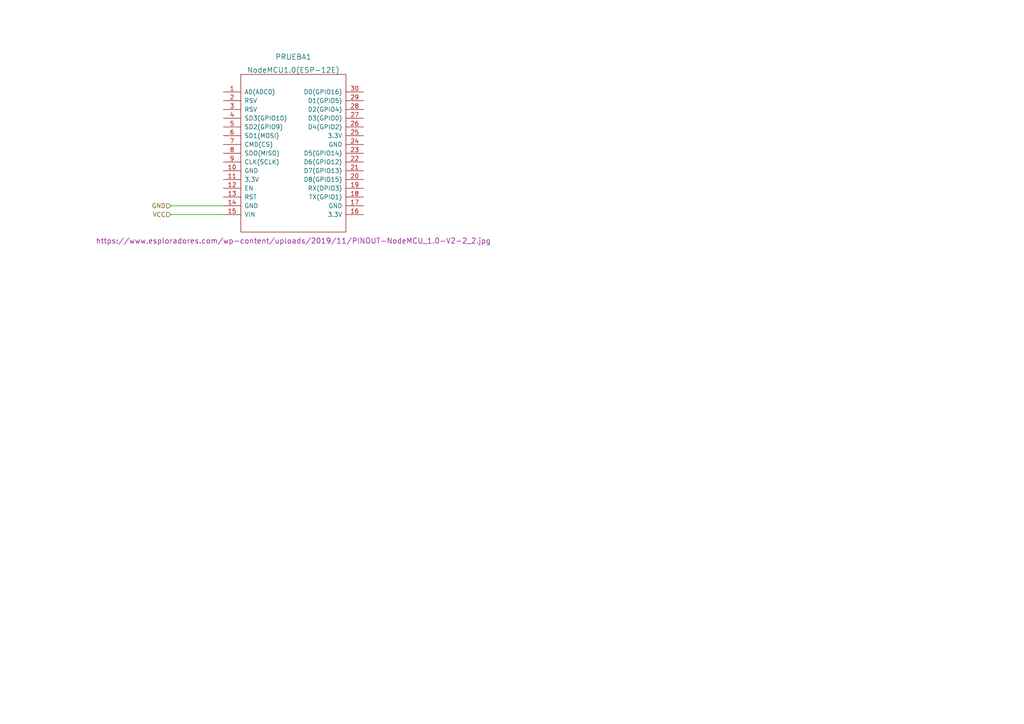
<source format=kicad_sch>
(kicad_sch (version 20211123) (generator eeschema)
  (paper "A4")
  (title_block (title "Testing de esquematicos") (date "2022-11-26") (rev "0.0.1") (company "Proyecto la Caja"))
  (lib_symbols
    (symbol "ESP8266:NodeMCU1.0(ESP-12E)" (pin_names (offset 1.016))
      (property "Reference" "U" (at 0 21.59 0))
      (property "Value" "NodeMCU1.0(ESP-12E)" (at 0 -21.59 0))
      (symbol "NodeMCU1.0(ESP-12E)_0_1"
        (rectangle (start -15.24 -22.86) (end 15.24 22.86))
      )
      (symbol "NodeMCU1.0(ESP-12E)_1_1"
        (pin input line (at -20.32 17.78 0) (length 5.08) (name "A0(ADC0)") (number "1"))
        (pin input line (at -20.32 -5.08 0) (length 5.08) (name "GND") (number "10"))
        (pin input line (at -20.32 -7.62 0) (length 5.08) (name "3.3V") (number "11"))
        (pin input line (at -20.32 -10.16 0) (length 5.08) (name "EN") (number "12"))
        (pin input line (at -20.32 -12.7 0) (length 5.08) (name "RST") (number "13"))
        (pin input line (at -20.32 -15.24 0) (length 5.08) (name "GND") (number "14"))
        (pin input line (at -20.32 -17.78 0) (length 5.08) (name "VIN") (number "15"))
        (pin input line (at 20.32 -17.78 180) (length 5.08) (name "3.3V") (number "16"))
        (pin input line (at 20.32 -15.24 180) (length 5.08) (name "GND") (number "17"))
        (pin input line (at 20.32 -12.7 180) (length 5.08) (name "TX(GPIO1)") (number "18"))
        (pin input line (at 20.32 -10.16 180) (length 5.08) (name "RX(DPIO3)") (number "19"))
        (pin input line (at -20.32 15.24 0) (length 5.08) (name "RSV") (number "2"))
        (pin input line (at 20.32 -7.62 180) (length 5.08) (name "D8(GPIO15)") (number "20"))
        (pin input line (at 20.32 -5.08 180) (length 5.08) (name "D7(GPIO13)") (number "21"))
        (pin input line (at 20.32 -2.54 180) (length 5.08) (name "D6(GPIO12)") (number "22"))
        (pin input line (at 20.32 0 180) (length 5.08) (name "D5(GPIO14)") (number "23"))
        (pin input line (at 20.32 2.54 180) (length 5.08) (name "GND") (number "24"))
        (pin input line (at 20.32 5.08 180) (length 5.08) (name "3.3V") (number "25"))
        (pin input line (at 20.32 7.62 180) (length 5.08) (name "D4(GPIO2)") (number "26"))
        (pin input line (at 20.32 10.16 180) (length 5.08) (name "D3(GPIO0)") (number "27"))
        (pin input line (at 20.32 12.7 180) (length 5.08) (name "D2(GPIO4)") (number "28"))
        (pin input line (at 20.32 15.24 180) (length 5.08) (name "D1(GPIO5)") (number "29"))
        (pin input line (at -20.32 12.7 0) (length 5.08) (name "RSV") (number "3"))
        (pin input line (at 20.32 17.78 180) (length 5.08) (name "D0(GPIO16)") (number "30"))
        (pin input line (at -20.32 10.16 0) (length 5.08) (name "SD3(GPIO10)") (number "4"))
        (pin input line (at -20.32 7.62 0) (length 5.08) (name "SD2(GPIO9)") (number "5"))
        (pin input line (at -20.32 5.08 0) (length 5.08) (name "SD1(MOSI)") (number "6"))
        (pin input line (at -20.32 2.54 0) (length 5.08) (name "CMD(CS)") (number "7"))
        (pin input line (at -20.32 0 0) (length 5.08) (name "SDO(MISO)") (number "8"))
        (pin input line (at -20.32 -2.54 0) (length 5.08) (name "CLK(SCLK)") (number "9"))
      )
    )
  )
  (wire (pts (xy 49.53 62.23) (xy 64.77 62.23)))
  (wire (pts (xy 49.53 59.69) (xy 64.77 59.69)))
  (hierarchical_label "GND" (shape input) (at 49.53 59.69 180))
  (hierarchical_label "VCC" (shape input) (at 49.53 62.23 180))
  (symbol (lib_id "ESP8266:NodeMCU1.0(ESP-12E)") (at 85.09 44.45 0) (unit 1)
    (property "Reference" "PRUEBA1" (at 85.09 16.51 0) (effects (font (size 1.524 1.524))))
    (property "Value" "NodeMCU1.0(ESP-12E)" (at 85.09 20.32 0) (effects (font (size 1.524 1.524))))
    (property "Datasheet" "https://www.esploradores.com/wp-content/uploads/2019/11/PINOUT-NodeMCU_1.0-V2-2_2.jpg" (at 85.09 69.85 0) (effects (font (size 1.524 1.524))))
    (property "Precio" "10€" (effects hide))
  )
)
</source>
